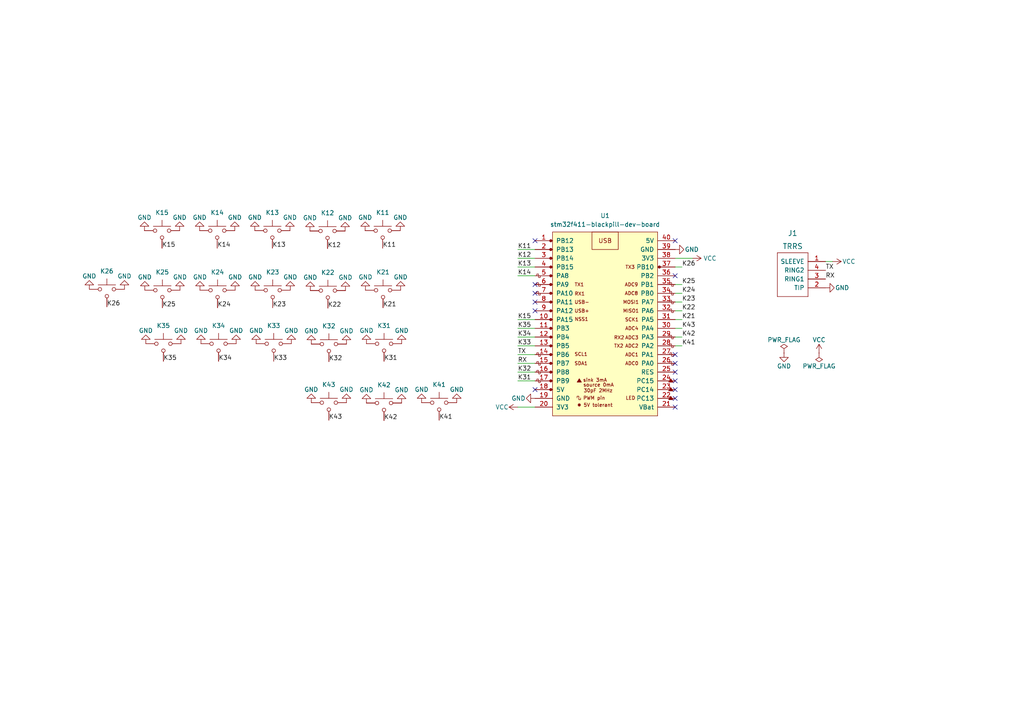
<source format=kicad_sch>
(kicad_sch (version 20211123) (generator eeschema)
  (paper "A4")
  (lib_symbols
    (symbol "karn-symbols:SW_Push_Reversible" (pin_numbers hide) (pin_names (offset 1.016) hide)
      (property "Reference" "SW" (at -7 4 0))
      (property "Value" "SW_Push_Reversible" (at 1 7 0))
      (symbol "SW_Push_Reversible_0_1"
        (circle (center -2.032 0) (radius 0.508))
        (circle (center 0 -2) (radius 0.508))
        (polyline (pts (xy 0 1.27) (xy 0 3.048)))
        (polyline (pts (xy 2.54 1.27) (xy -2.54 1.27)))
        (circle (center 2.032 0) (radius 0.508))
        (pin passive line (at 0 -5.1 90) (length 2.5) (name "1") (number "1"))
        (pin passive line (at -5.1 0 0) (length 2.5) (name "2") (number "2"))
        (pin passive line (at 5.1 0 180) (length 2.5) (name "3") (number "3"))
      )
    )
    (symbol "karn-symbols:TRRS" (pin_names (offset 1.016))
      (property "Reference" "U" (at 0 15.24 0))
      (property "Value" "TRRS" (at 0 -2.54 0))
      (symbol "TRRS_0_1"
        (rectangle (start -3.81 0) (end -3.81 12.7))
        (rectangle (start -3.81 12.7) (end 5.08 12.7))
        (rectangle (start 5.08 0) (end -3.81 0))
        (rectangle (start 5.08 12.7) (end 5.08 0))
      )
      (symbol "TRRS_1_1"
        (pin input line (at -8.89 2.54 0) (length 5.08) (name "SLEEVE") (number "1"))
        (pin input line (at -8.89 10.16 0) (length 5.08) (name "TIP") (number "2"))
        (pin input line (at -8.89 7.62 0) (length 5.08) (name "RING1") (number "3"))
        (pin input line (at -8.89 5.08 0) (length 5.08) (name "RING2") (number "4"))
      )
    )
    (symbol "karn-symbols:stm32f411-blackpill-dev-board" (pin_names (offset 1.016))
      (property "Reference" "U" (at -12.7 27.94 0))
      (property "Value" "stm32f411-blackpill-dev-board" (at 0 2.54 90))
      (symbol "stm32f411-blackpill-dev-board_0_0"
        (circle (center -15.748 -20.32) (radius 0.3556) (fill (type outline)))
        (circle (center -15.748 -17.78) (radius 0.3556) (fill (type outline)))
        (circle (center -15.748 -15.24) (radius 0.3556) (fill (type outline)))
        (circle (center -15.748 -12.7) (radius 0.3556) (fill (type outline)))
        (circle (center -15.748 -10.16) (radius 0.3556) (fill (type outline)))
        (circle (center -15.748 -7.62) (radius 0.3556) (fill (type outline)))
        (circle (center -15.748 -5.08) (radius 0.3556) (fill (type outline)))
        (circle (center -15.748 -2.54) (radius 0.3556) (fill (type outline)))
        (circle (center -15.748 0) (radius 0.3556) (fill (type outline)))
        (circle (center -15.748 2.54) (radius 0.3556) (fill (type outline)))
        (circle (center -15.748 5.08) (radius 0.3556) (fill (type outline)))
        (circle (center -15.748 7.62) (radius 0.3556) (fill (type outline)))
        (circle (center -15.748 10.16) (radius 0.3556) (fill (type outline)))
        (circle (center -15.748 12.7) (radius 0.3556) (fill (type outline)))
        (circle (center -15.748 15.24) (radius 0.3556) (fill (type outline)))
        (circle (center -15.748 17.78) (radius 0.3556) (fill (type outline)))
        (circle (center -15.748 22.86) (radius 0.3556) (fill (type outline)))
        (circle (center -7.493 -24.765) (radius 0.127) (fill (type outline)))
        (circle (center -7.493 -24.765) (radius 0.254))
        (circle (center -7.493 -24.765) (radius 0.3556))
        (polyline (pts (xy -8.128 -18.161) (xy -7.493 -17.145) (xy -6.858 -18.161) (xy -8.128 -18.161) (xy -7.493 -17.272) (xy -6.985 -18.161) (xy -8.001 -18.034) (xy -7.493 -17.399) (xy -7.112 -18.161) (xy -7.874 -17.907) (xy -7.366 -17.526) (xy -7.239 -18.161) (xy -7.747 -17.78) (xy -7.239 -17.653) (xy -7.366 -18.034) (xy -7.62 -17.78) (xy -7.366 -17.907) (xy -7.493 -17.653)))
        (polyline (pts (xy 18.415 -23.241) (xy 19.05 -22.225) (xy 19.685 -23.241) (xy 18.415 -23.241) (xy 19.05 -22.352) (xy 19.558 -23.241) (xy 18.542 -23.114) (xy 19.05 -22.479) (xy 19.431 -23.241) (xy 18.669 -22.987) (xy 19.177 -22.606) (xy 19.304 -23.241) (xy 18.796 -22.86) (xy 19.304 -22.733) (xy 19.177 -23.114) (xy 18.923 -22.86) (xy 19.177 -22.987) (xy 19.05 -22.733)))
        (polyline (pts (xy 18.415 -20.701) (xy 19.05 -19.685) (xy 19.685 -20.701) (xy 18.415 -20.701) (xy 19.05 -19.812) (xy 19.558 -20.701) (xy 18.542 -20.574) (xy 19.05 -19.939) (xy 19.431 -20.701) (xy 18.669 -20.447) (xy 19.177 -20.066) (xy 19.304 -20.701) (xy 18.796 -20.32) (xy 19.304 -20.193) (xy 19.177 -20.574) (xy 18.923 -20.32) (xy 19.177 -20.447) (xy 19.05 -20.193)))
        (polyline (pts (xy 18.415 -18.161) (xy 19.05 -17.145) (xy 19.685 -18.161) (xy 18.415 -18.161) (xy 19.05 -17.272) (xy 19.558 -18.161) (xy 18.542 -18.034) (xy 19.05 -17.399) (xy 19.431 -18.161) (xy 18.669 -17.907) (xy 19.177 -17.526) (xy 19.304 -18.161) (xy 18.796 -17.78) (xy 19.304 -17.653) (xy 19.177 -18.034) (xy 18.923 -17.78) (xy 19.177 -17.907) (xy 19.05 -17.653)))
        (circle (center 15.748 15.24) (radius 0.254) (fill (type outline)))
        (circle (center 15.748 15.24) (radius 0.3556))
        (text "30pF 2MHz" (at -2.032 -20.574 0) (effects (font (size 0.9906 0.9906))))
        (text "5V tolerant" (at -2.032 -24.765 0) (effects (font (size 0.9906 0.9906))))
        (text "ADC0" (at 7.747 -12.7 0) (effects (font (size 0.9906 0.9906))))
        (text "ADC1" (at 7.747 -10.16 0) (effects (font (size 0.9906 0.9906))))
        (text "ADC2" (at 7.747 -7.62 0) (effects (font (size 0.9906 0.9906))))
        (text "ADC3" (at 7.747 -5.207 0) (effects (font (size 0.9906 0.9906))))
        (text "ADC4" (at 7.747 -2.54 0) (effects (font (size 0.9906 0.9906))))
        (text "ADC8" (at 7.62 7.62 0) (effects (font (size 0.9906 0.9906))))
        (text "ADC9" (at 7.62 10.16 0) (effects (font (size 0.9906 0.9906))))
        (text "LED" (at 7.366 -22.733 0) (effects (font (size 0.9906 0.9906))))
        (text "MISO1" (at 7.493 2.54 0) (effects (font (size 0.9906 0.9906))))
        (text "MOSI1" (at 7.493 5.08 0) (effects (font (size 0.9906 0.9906))))
        (text "NSS1" (at -6.858 0.127 0) (effects (font (size 0.9906 0.9906))))
        (text "PWM pin" (at -3.175 -22.733 0) (effects (font (size 0.9906 0.9906))))
        (text "RX1" (at -7.366 7.493 0) (effects (font (size 0.9906 0.9906))))
        (text "RX2" (at 4.064 -5.207 0) (effects (font (size 0.9906 0.9906))))
        (text "SCK1" (at 7.747 0 0) (effects (font (size 0.9906 0.9906))))
        (text "SCL1" (at -6.985 -10.033 0) (effects (font (size 0.9906 0.9906))))
        (text "SDA1" (at -6.985 -12.7 0) (effects (font (size 0.9906 0.9906))))
        (text "sink 3mA" (at -2.921 -17.526 0) (effects (font (size 0.9906 0.9906))))
        (text "source 0mA" (at -1.905 -18.923 0) (effects (font (size 0.9906 0.9906))))
        (text "TX1" (at -7.493 10.16 0) (effects (font (size 0.9906 0.9906))))
        (text "TX2" (at 3.937 -7.62 0) (effects (font (size 0.9906 0.9906))))
        (text "TX3" (at 7.239 15.24 0) (effects (font (size 0.9906 0.9906))))
        (text "USB" (at 0 22.86 0) (effects (font (size 1.27 1.27))))
        (text "USB+" (at -6.731 2.54 0) (effects (font (size 0.9906 0.9906))))
        (text "USB-" (at -6.731 5.08 0) (effects (font (size 0.9906 0.9906))))
      )
      (symbol "stm32f411-blackpill-dev-board_0_1"
        (rectangle (start -15.24 25.4) (end 15.24 -27.94) (fill (type background)))
        (polyline (pts (xy -18.796 -17.78) (xy -18.796 -18.288) (xy -19.304 -18.288) (xy -19.304 -17.272) (xy -19.812 -17.272) (xy -19.812 -17.78)))
        (polyline (pts (xy -18.796 -15.24) (xy -18.796 -15.748) (xy -19.304 -15.748) (xy -19.304 -14.732) (xy -19.812 -14.732) (xy -19.812 -15.24)))
        (polyline (pts (xy -18.796 -12.7) (xy -18.796 -13.208) (xy -19.304 -13.208) (xy -19.304 -12.192) (xy -19.812 -12.192) (xy -19.812 -12.7)))
        (polyline (pts (xy -18.796 -10.16) (xy -18.796 -10.668) (xy -19.304 -10.668) (xy -19.304 -9.652) (xy -19.812 -9.652) (xy -19.812 -10.16)))
        (polyline (pts (xy -18.796 7.62) (xy -18.796 7.112) (xy -19.304 7.112) (xy -19.304 8.128) (xy -19.812 8.128) (xy -19.812 7.62)))
        (polyline (pts (xy -18.796 10.16) (xy -18.796 9.652) (xy -19.304 9.652) (xy -19.304 10.668) (xy -19.812 10.668) (xy -19.812 10.16)))
        (polyline (pts (xy -18.796 12.7) (xy -18.796 12.192) (xy -19.304 12.192) (xy -19.304 13.208) (xy -19.812 13.208) (xy -19.812 12.7)))
        (polyline (pts (xy -7.112 -22.733) (xy -7.112 -23.241) (xy -7.62 -23.241) (xy -7.62 -22.225) (xy -8.128 -22.225) (xy -8.128 -22.733)))
        (polyline (pts (xy 19.812 -12.7) (xy 19.812 -13.208) (xy 19.304 -13.208) (xy 19.304 -12.192) (xy 18.796 -12.192) (xy 18.796 -12.7)))
        (polyline (pts (xy 19.812 -10.16) (xy 19.812 -10.668) (xy 19.304 -10.668) (xy 19.304 -9.652) (xy 18.796 -9.652) (xy 18.796 -10.16)))
        (polyline (pts (xy 19.812 -7.62) (xy 19.812 -8.128) (xy 19.304 -8.128) (xy 19.304 -7.112) (xy 18.796 -7.112) (xy 18.796 -7.62)))
        (polyline (pts (xy 19.812 -5.08) (xy 19.812 -5.588) (xy 19.304 -5.588) (xy 19.304 -4.572) (xy 18.796 -4.572) (xy 18.796 -5.08)))
        (polyline (pts (xy 19.812 2.54) (xy 19.812 2.032) (xy 19.304 2.032) (xy 19.304 3.048) (xy 18.796 3.048) (xy 18.796 2.54)))
        (polyline (pts (xy 19.812 5.08) (xy 19.812 4.572) (xy 19.304 4.572) (xy 19.304 5.588) (xy 18.796 5.588) (xy 18.796 5.08)))
        (polyline (pts (xy 19.812 7.62) (xy 19.812 7.112) (xy 19.304 7.112) (xy 19.304 8.128) (xy 18.796 8.128) (xy 18.796 7.62)))
        (polyline (pts (xy 19.812 10.16) (xy 19.812 9.652) (xy 19.304 9.652) (xy 19.304 10.668) (xy 18.796 10.668) (xy 18.796 10.16)))
        (rectangle (start 3.81 25.4) (end -3.81 20.32))
      )
      (symbol "stm32f411-blackpill-dev-board_1_1"
        (circle (center -15.748 20.32) (radius 0.3556) (fill (type outline)))
        (pin bidirectional line (at -20.32 22.86 0) (length 5.08) (name "PB12") (number "1"))
        (pin bidirectional line (at -20.32 0 0) (length 5.08) (name "PA15") (number "10"))
        (pin bidirectional line (at -20.32 -2.54 0) (length 5.08) (name "PB3") (number "11"))
        (pin bidirectional line (at -20.32 -5.08 0) (length 5.08) (name "PB4") (number "12"))
        (pin bidirectional line (at -20.32 -7.62 0) (length 5.08) (name "PB5") (number "13"))
        (pin bidirectional line (at -20.32 -10.16 0) (length 5.08) (name "PB6") (number "14"))
        (pin bidirectional line (at -20.32 -12.7 0) (length 5.08) (name "PB7") (number "15"))
        (pin bidirectional line (at -20.32 -15.24 0) (length 5.08) (name "PB8") (number "16"))
        (pin bidirectional line (at -20.32 -17.78 0) (length 5.08) (name "PB9") (number "17"))
        (pin power_in line (at -20.32 -20.32 0) (length 5.08) (name "5V") (number "18"))
        (pin power_in line (at -20.32 -22.86 0) (length 5.08) (name "GND") (number "19"))
        (pin bidirectional line (at -20.32 20.32 0) (length 5.08) (name "PB13") (number "2"))
        (pin power_in line (at -20.32 -25.4 0) (length 5.08) (name "3V3") (number "20"))
        (pin power_in line (at 20.32 -25.4 180) (length 5.08) (name "VBat") (number "21"))
        (pin bidirectional line (at 20.32 -22.86 180) (length 5.08) (name "PC13") (number "22"))
        (pin bidirectional line (at 20.32 -20.32 180) (length 5.08) (name "PC14") (number "23"))
        (pin bidirectional line (at 20.32 -17.78 180) (length 5.08) (name "PC15") (number "24"))
        (pin input line (at 20.32 -15.24 180) (length 5.08) (name "RES") (number "25"))
        (pin bidirectional line (at 20.32 -12.7 180) (length 5.08) (name "PA0") (number "26"))
        (pin bidirectional line (at 20.32 -10.16 180) (length 5.08) (name "PA1") (number "27"))
        (pin bidirectional line (at 20.32 -7.62 180) (length 5.08) (name "PA2") (number "28"))
        (pin bidirectional line (at 20.32 -5.08 180) (length 5.08) (name "PA3") (number "29"))
        (pin bidirectional line (at -20.32 17.78 0) (length 5.08) (name "PB14") (number "3"))
        (pin bidirectional line (at 20.32 -2.54 180) (length 5.08) (name "PA4") (number "30"))
        (pin bidirectional line (at 20.32 0 180) (length 5.08) (name "PA5") (number "31"))
        (pin bidirectional line (at 20.32 2.54 180) (length 5.08) (name "PA6") (number "32"))
        (pin bidirectional line (at 20.32 5.08 180) (length 5.08) (name "PA7") (number "33"))
        (pin bidirectional line (at 20.32 7.62 180) (length 5.08) (name "PB0") (number "34"))
        (pin bidirectional line (at 20.32 10.16 180) (length 5.08) (name "PB1") (number "35"))
        (pin bidirectional line (at 20.32 12.7 180) (length 5.08) (name "PB2") (number "36"))
        (pin bidirectional line (at 20.32 15.24 180) (length 5.08) (name "PB10") (number "37"))
        (pin power_in line (at 20.32 17.78 180) (length 5.08) (name "3V3") (number "38"))
        (pin power_in line (at 20.32 20.32 180) (length 5.08) (name "GND") (number "39"))
        (pin bidirectional line (at -20.32 15.24 0) (length 5.08) (name "PB15") (number "4"))
        (pin power_in line (at 20.32 22.86 180) (length 5.08) (name "5V") (number "40"))
        (pin bidirectional line (at -20.32 12.7 0) (length 5.08) (name "PA8") (number "5"))
        (pin bidirectional line (at -20.32 10.16 0) (length 5.08) (name "PA9") (number "6"))
        (pin bidirectional line (at -20.32 7.62 0) (length 5.08) (name "PA10") (number "7"))
        (pin bidirectional line (at -20.32 5.08 0) (length 5.08) (name "PA11") (number "8"))
        (pin bidirectional line (at -20.32 2.54 0) (length 5.08) (name "PA12") (number "9"))
      )
    )
    (symbol "power:GND" (power) (pin_names (offset 0))
      (property "Value" "GND" (at 0 -3.81 0))
      (symbol "GND_0_1"
        (polyline (pts (xy 0 0) (xy 0 -1.27) (xy 1.27 -1.27) (xy 0 -2.54) (xy -1.27 -1.27) (xy 0 -1.27)))
      )
      (symbol "GND_1_1"
        (pin power_in line (at 0 0 270) (length 0) hide (name "GND") (number "1"))
      )
    )
    (symbol "power:PWR_FLAG" (power) (pin_numbers hide) (pin_names (offset 0) hide)
      (property "Value" "PWR_FLAG" (at 0 3.81 0))
      (symbol "PWR_FLAG_0_0"
        (pin power_out line (at 0 0 90) (length 0) (name "pwr") (number "1"))
      )
      (symbol "PWR_FLAG_0_1"
        (polyline (pts (xy 0 0) (xy 0 1.27) (xy -1.016 1.905) (xy 0 2.54) (xy 1.016 1.905) (xy 0 1.27)))
      )
    )
    (symbol "power:VCC" (power) (pin_names (offset 0))
      (property "Value" "VCC" (at 0 3.81 0))
      (symbol "VCC_0_1"
        (polyline (pts (xy -0.762 1.27) (xy 0 2.54)))
        (polyline (pts (xy 0 0) (xy 0 2.54)))
        (polyline (pts (xy 0 2.54) (xy 0.762 1.27)))
      )
      (symbol "VCC_1_1"
        (pin power_in line (at 0 0 90) (length 0) hide (name "VCC") (number "1"))
      )
    )
  )
  (no_connect (at 155.1859 90.1456))
  (no_connect (at 195.8259 79.9856))
  (no_connect (at 195.8259 110.4656))
  (no_connect (at 155.1859 87.6056))
  (no_connect (at 155.1859 82.5256))
  (no_connect (at 155.1859 113.0056))
  (no_connect (at 155.1859 69.8256))
  (no_connect (at 195.8259 107.9256))
  (no_connect (at 195.8259 69.8256))
  (no_connect (at 195.8259 105.3856))
  (no_connect (at 195.8259 113.0056))
  (no_connect (at 155.1859 85.0656))
  (no_connect (at 195.8259 115.5456))
  (no_connect (at 195.8259 102.8456))
  (no_connect (at 195.8259 118.0856))
  (wire (pts (xy 150.1859 110.4656) (xy 155.1859 110.4656)))
  (wire (pts (xy 150.1859 95.2256) (xy 155.1859 95.2256)))
  (wire (pts (xy 195.8259 90.1456) (xy 197.8259 90.1456)))
  (wire (pts (xy 195.8259 100.3056) (xy 197.8259 100.3056)))
  (wire (pts (xy 150.1859 97.7656) (xy 155.1859 97.7656)))
  (wire (pts (xy 150.1859 105.3856) (xy 155.1859 105.3856)))
  (wire (pts (xy 150.1859 100.3056) (xy 155.1859 100.3056)))
  (wire (pts (xy 150.1859 102.8456) (xy 155.1859 102.8456)))
  (wire (pts (xy 150.1859 118.0856) (xy 155.1859 118.0856)))
  (wire (pts (xy 195.8259 82.5256) (xy 197.8259 82.5256)))
  (wire (pts (xy 150.1859 107.9256) (xy 155.1859 107.9256)))
  (wire (pts (xy 150.1859 77.4456) (xy 155.1859 77.4456)))
  (wire (pts (xy 195.8259 85.0656) (xy 197.8259 85.0656)))
  (wire (pts (xy 195.8259 92.6856) (xy 197.8259 92.6856)))
  (wire (pts (xy 195.8259 77.4456) (xy 197.8259 77.4456)))
  (wire (pts (xy 239.4414 75.8519) (xy 241.4414 75.8519)))
  (wire (pts (xy 150.1859 74.9056) (xy 155.1859 74.9056)))
  (wire (pts (xy 150.1859 72.3656) (xy 155.1859 72.3656)))
  (wire (pts (xy 150.1859 92.6856) (xy 155.1859 92.6856)))
  (wire (pts (xy 195.8259 74.9056) (xy 200.8259 74.9056)))
  (wire (pts (xy 195.8259 95.2256) (xy 197.8259 95.2256)))
  (wire (pts (xy 195.8259 87.6056) (xy 197.8259 87.6056)))
  (wire (pts (xy 150.1859 79.9856) (xy 155.1859 79.9856)))
  (wire (pts (xy 195.8259 97.7656) (xy 197.8259 97.7656)))
  (label "K11" (at 111 72 0))
  (label "K35" (at 150.1859 95.2256 0))
  (label "K31" (at 150.1859 110.4656 0))
  (label "K24" (at 63.0984 89.2749 0))
  (label "K41" (at 197.8259 100.3056 0))
  (label "K43" (at 197.8259 95.2256 0))
  (label "K42" (at 197.8259 97.7656 0))
  (label "K33" (at 150.1859 100.3056 0))
  (label "K15" (at 150.1859 92.6856 0))
  (label "RX" (at 239.4414 80.9319 0))
  (label "K35" (at 47.3941 104.8001 0))
  (label "K26" (at 197.8259 77.4456 0))
  (label "K14" (at 63 72 0))
  (label "K26" (at 31 89 0))
  (label "K22" (at 95.0984 89.3749 0))
  (label "K32" (at 150.1859 107.9256 0))
  (label "K14" (at 150.1859 79.9856 0))
  (label "K43" (at 95.3775 121.8951 0))
  (label "K41" (at 127.3775 121.8951 0))
  (label "K21" (at 197.8259 92.6856 0))
  (label "RX" (at 150.1859 105.3856 0))
  (label "TX" (at 150.1859 102.8456 0))
  (label "K32" (at 95.3941 104.9001 0))
  (label "K25" (at 47.0984 89.2749 0))
  (label "K33" (at 79.3941 104.8001 0))
  (label "K24" (at 197.8259 85.0656 0))
  (label "K21" (at 111.0984 89.2749 0))
  (label "K23" (at 197.8259 87.6056 0))
  (label "K23" (at 79.0984 89.2749 0))
  (label "K13" (at 150.1859 77.4456 0))
  (label "K42" (at 111.3775 121.9951 0))
  (label "K22" (at 197.8259 90.1456 0))
  (label "K34" (at 150.1859 97.7656 0))
  (label "K12" (at 150.1859 74.9056 0))
  (label "K31" (at 111.3941 104.8001 0))
  (label "K12" (at 95 72.1 0))
  (label "K11" (at 150.1859 72.3656 0))
  (label "K34" (at 63.3941 104.8001 0))
  (label "K13" (at 79 72 0))
  (label "TX" (at 239.4414 78.3919 0))
  (label "K25" (at 197.8259 82.5256 0))
  (label "K15" (at 47 72 0))
  (symbol (lib_id "karn-symbols:SW_Push_Reversible") (at 31 83.9 0) (mirror y) (unit 1)
    (property "Reference" "K26" (at 31 78.661 0))
    (property "Value" "SW_Push_1.5" (effects hide))
    (property "Footprint" "karn-kicad:kailh-choc-v1-1_5u-MBK-keycap" (effects hide))
  )
  (symbol (lib_id "power:GND") (at 84.1984 84.1749 180) (unit 1)
    (property "Reference" "#PWR026" (effects hide))
    (property "Value" "GND" (at 84.1984 80.3649 0))
  )
  (symbol (lib_id "power:GND") (at 42.2941 99.7001 180) (unit 1)
    (property "Reference" "#PWR05" (effects hide))
    (property "Value" "GND" (at 42.2941 95.8901 0))
  )
  (symbol (lib_id "power:GND") (at 116.4941 99.7001 180) (unit 1)
    (property "Reference" "#PWR041" (effects hide))
    (property "Value" "GND" (at 116.4941 95.8901 0))
  )
  (symbol (lib_id "power:GND") (at 89.9984 84.2749 180) (unit 1)
    (property "Reference" "#PWR029" (effects hide))
    (property "Value" "GND" (at 89.9984 80.4649 0))
  )
  (symbol (lib_id "power:GND") (at 84.4941 99.7001 180) (unit 1)
    (property "Reference" "#PWR027" (effects hide))
    (property "Value" "GND" (at 84.4941 95.8901 0))
  )
  (symbol (lib_id "power:GND") (at 106.2941 99.7001 180) (unit 1)
    (property "Reference" "#PWR038" (effects hide))
    (property "Value" "GND" (at 106.2941 95.8901 0))
  )
  (symbol (lib_id "power:GND") (at 90.2775 116.7951 180) (unit 1)
    (property "Reference" "#PWR030" (effects hide))
    (property "Value" "GND" (at 90.2775 112.9851 0))
  )
  (symbol (lib_id "power:VCC") (at 200.8259 74.9056 270) (unit 1)
    (property "Reference" "#PWR023" (effects hide))
    (property "Value" "VCC" (at 204.0006 74.9374 90) (effects (justify left)))
  )
  (symbol (lib_id "power:GND") (at 68.1 66.9 180) (unit 1)
    (property "Reference" "#PWR012" (effects hide))
    (property "Value" "GND" (at 68.1 63.09 0))
  )
  (symbol (lib_id "karn-symbols:SW_Push_Reversible") (at 79.3941 99.7001 0) (mirror y) (unit 1)
    (property "Reference" "K33" (at 79.3941 94.4611 0))
    (property "Value" "SW_Push" (effects hide))
    (property "Footprint" "karn-kicad:kailh-choc-v1-1u-MBK-keycap" (effects hide))
  )
  (symbol (lib_id "power:GND") (at 52.1984 84.1749 180) (unit 1)
    (property "Reference" "#PWR07" (effects hide))
    (property "Value" "GND" (at 52.1984 80.3649 0))
  )
  (symbol (lib_id "power:GND") (at 227.3983 102.3875 0) (unit 1)
    (property "Reference" "#PWR0102" (effects hide))
    (property "Value" "GND" (at 227.3983 106.1975 0))
  )
  (symbol (lib_id "power:GND") (at 100.4775 116.7951 180) (unit 1)
    (property "Reference" "#PWR034" (effects hide))
    (property "Value" "GND" (at 100.4775 112.9851 0))
  )
  (symbol (lib_id "karn-symbols:SW_Push_Reversible") (at 127.3775 116.7951 0) (mirror y) (unit 1)
    (property "Reference" "K41" (at 127.3775 111.5561 0))
    (property "Value" "SW_Push_1.5" (effects hide))
    (property "Footprint" "karn-kicad:kailh-choc-v1-1_5u-MBK-keycap" (effects hide))
  )
  (symbol (lib_id "power:GND") (at 116.1984 84.1749 180) (unit 1)
    (property "Reference" "#PWR039" (effects hide))
    (property "Value" "GND" (at 116.1984 80.3649 0))
  )
  (symbol (lib_id "power:GND") (at 73.9 66.9 180) (unit 1)
    (property "Reference" "#PWR016" (effects hide))
    (property "Value" "GND" (at 73.9 63.09 0))
  )
  (symbol (lib_id "power:GND") (at 100.4941 99.8001 180) (unit 1)
    (property "Reference" "#PWR035" (effects hide))
    (property "Value" "GND" (at 100.4941 95.9901 0))
  )
  (symbol (lib_id "power:GND") (at 52.1 66.9 180) (unit 1)
    (property "Reference" "#PWR06" (effects hide))
    (property "Value" "GND" (at 52.1 63.09 0))
  )
  (symbol (lib_id "karn-symbols:SW_Push_Reversible") (at 111.3775 116.8951 0) (mirror y) (unit 1)
    (property "Reference" "K42" (at 111.3775 111.6561 0))
    (property "Value" "SW_Push_1.5" (effects hide))
    (property "Footprint" "karn-kicad:kailh-choc-v1-1_5u-MBK-keycap" (effects hide))
  )
  (symbol (lib_id "power:GND") (at 84.1 66.9 180) (unit 1)
    (property "Reference" "#PWR019" (effects hide))
    (property "Value" "GND" (at 84.1 63.09 0))
  )
  (symbol (lib_id "karn-symbols:SW_Push_Reversible") (at 63.0984 84.1749 0) (mirror y) (unit 1)
    (property "Reference" "K24" (at 63.0984 78.9359 0))
    (property "Value" "SW_Push" (effects hide))
    (property "Footprint" "karn-kicad:kailh-choc-v1-1u-MBK-keycap" (effects hide))
  )
  (symbol (lib_id "karn-symbols:TRRS") (at 230.5514 73.3119 180) (unit 1)
    (property "Reference" "J1" (at 229.9164 67.6385 0) (effects (font (size 1.524 1.524))))
    (property "Value" "TRRS" (at 229.9164 71.4485 0) (effects (font (size 1.524 1.524))))
    (property "Footprint" "karn-kicad:trrs-pj-320A" (effects hide))
  )
  (symbol (lib_id "power:GND") (at 155.1859 115.5456 270) (unit 1)
    (property "Reference" "#PWR021" (effects hide))
    (property "Value" "GND" (at 150.3759 115.5456 90))
  )
  (symbol (lib_id "power:VCC") (at 150.1859 118.0856 90) (unit 1)
    (property "Reference" "#PWR020" (effects hide))
    (property "Value" "VCC" (at 147.5206 118.0855 90) (effects (justify left)))
  )
  (symbol (lib_id "karn-symbols:SW_Push_Reversible") (at 47.3941 99.7001 0) (mirror y) (unit 1)
    (property "Reference" "K35" (at 47.3941 94.4611 0))
    (property "Value" "SW_Push" (effects hide))
    (property "Footprint" "karn-kicad:kailh-choc-v1-1u-MBK-keycap" (effects hide))
  )
  (symbol (lib_id "karn-symbols:SW_Push_Reversible") (at 63.3941 99.7001 0) (mirror y) (unit 1)
    (property "Reference" "K34" (at 63.3941 94.4611 0))
    (property "Value" "SW_Push" (effects hide))
    (property "Footprint" "karn-kicad:kailh-choc-v1-1u-MBK-keycap" (effects hide))
  )
  (symbol (lib_id "power:GND") (at 57.9 66.9 180) (unit 1)
    (property "Reference" "#PWR09" (effects hide))
    (property "Value" "GND" (at 57.9 63.09 0))
  )
  (symbol (lib_id "karn-symbols:SW_Push_Reversible") (at 111 66.9 0) (mirror y) (unit 1)
    (property "Reference" "K11" (at 111 61.661 0))
    (property "Value" "SW_Push" (effects hide))
    (property "Footprint" "karn-kicad:kailh-choc-v1-1u-MBK-keycap" (effects hide))
  )
  (symbol (lib_id "power:VCC") (at 241.4414 75.8519 270) (unit 1)
    (property "Reference" "#PWR025" (effects hide))
    (property "Value" "VCC" (at 244.2769 75.8518 90) (effects (justify left)))
  )
  (symbol (lib_id "power:GND") (at 68.4941 99.7001 180) (unit 1)
    (property "Reference" "#PWR014" (effects hide))
    (property "Value" "GND" (at 68.4941 95.8901 0))
  )
  (symbol (lib_id "karn-symbols:SW_Push_Reversible") (at 79 66.9 0) (mirror y) (unit 1)
    (property "Reference" "K13" (at 79 61.661 0))
    (property "Value" "SW_Push" (effects hide))
    (property "Footprint" "karn-kicad:kailh-choc-v1-1u-MBK-keycap" (effects hide))
  )
  (symbol (lib_id "power:VCC") (at 237.5583 102.3875 0) (unit 1)
    (property "Reference" "#PWR0101" (effects hide))
    (property "Value" "VCC" (at 237.5583 98.5775 0))
  )
  (symbol (lib_id "power:GND") (at 122.2775 116.7951 180) (unit 1)
    (property "Reference" "#PWR042" (effects hide))
    (property "Value" "GND" (at 122.2775 112.9851 0))
  )
  (symbol (lib_id "karn-symbols:SW_Push_Reversible") (at 95.0984 84.2749 0) (mirror y) (unit 1)
    (property "Reference" "K22" (at 95.0984 79.0359 0))
    (property "Value" "SW_Push" (effects hide))
    (property "Footprint" "karn-kicad:kailh-choc-v1-1u-MBK-keycap" (effects hide))
  )
  (symbol (lib_id "karn-symbols:SW_Push_Reversible") (at 47.0984 84.1749 0) (mirror y) (unit 1)
    (property "Reference" "K25" (at 47.0984 78.9359 0))
    (property "Value" "SW_Push" (effects hide))
    (property "Footprint" "karn-kicad:kailh-choc-v1-1u-MBK-keycap" (effects hide))
  )
  (symbol (lib_id "power:GND") (at 58.2941 99.7001 180) (unit 1)
    (property "Reference" "#PWR011" (effects hide))
    (property "Value" "GND" (at 58.2941 95.8901 0))
  )
  (symbol (lib_id "karn-symbols:SW_Push_Reversible") (at 95.3941 99.8001 0) (mirror y) (unit 1)
    (property "Reference" "K32" (at 95.3941 94.5611 0))
    (property "Value" "SW_Push" (effects hide))
    (property "Footprint" "karn-kicad:kailh-choc-v1-1u-MBK-keycap" (effects hide))
  )
  (symbol (lib_id "power:GND") (at 105.9 66.9 180) (unit 1)
    (property "Reference" "#PWR015" (effects hide))
    (property "Value" "GND" (at 105.9 63.09 0))
  )
  (symbol (lib_id "power:GND") (at 106.2775 116.8951 180) (unit 1)
    (property "Reference" "#PWR037" (effects hide))
    (property "Value" "GND" (at 106.2775 113.0851 0))
  )
  (symbol (lib_id "karn-symbols:stm32f411-blackpill-dev-board") (at 175.5059 92.6856 0) (unit 1)
    (property "Reference" "U1" (at 175.5059 62.5585 0))
    (property "Value" "stm32f411-blackpill-dev-board" (at 175.5059 65.0985 0))
    (property "Footprint" "karn-kicad:stm32f411-blackpill-dev-board" (effects hide))
  )
  (symbol (lib_id "karn-symbols:SW_Push_Reversible") (at 47 66.9 0) (mirror y) (unit 1)
    (property "Reference" "K15" (at 47 61.661 0))
    (property "Value" "SW_Push" (effects hide))
    (property "Footprint" "karn-kicad:kailh-choc-v1-1u-MBK-keycap" (effects hide))
  )
  (symbol (lib_id "karn-symbols:SW_Push_Reversible") (at 111.0984 84.1749 0) (mirror y) (unit 1)
    (property "Reference" "K21" (at 111.0984 78.9359 0))
    (property "Value" "SW_Push" (effects hide))
    (property "Footprint" "karn-kicad:kailh-choc-v1-1u-MBK-keycap" (effects hide))
  )
  (symbol (lib_id "karn-symbols:SW_Push_Reversible") (at 63 66.9 0) (mirror y) (unit 1)
    (property "Reference" "K14" (at 63 61.661 0))
    (property "Value" "SW_Push" (effects hide))
    (property "Footprint" "karn-kicad:kailh-choc-v1-1u-MBK-keycap" (effects hide))
  )
  (symbol (lib_id "karn-symbols:SW_Push_Reversible") (at 111.3941 99.7001 0) (mirror y) (unit 1)
    (property "Reference" "K31" (at 111.3941 94.4611 0))
    (property "Value" "SW_Push" (effects hide))
    (property "Footprint" "karn-kicad:kailh-choc-v1-1u-MBK-keycap" (effects hide))
  )
  (symbol (lib_id "power:GND") (at 195.8259 72.3656 90) (unit 1)
    (property "Reference" "#PWR022" (effects hide))
    (property "Value" "GND" (at 200.6359 72.3656 90))
  )
  (symbol (lib_id "power:GND") (at 41.9 66.9 180) (unit 1)
    (property "Reference" "#PWR03" (effects hide))
    (property "Value" "GND" (at 41.9 63.09 0))
  )
  (symbol (lib_id "karn-symbols:SW_Push_Reversible") (at 95 67 0) (mirror y) (unit 1)
    (property "Reference" "K12" (at 95 61.761 0))
    (property "Value" "SW_Push" (effects hide))
    (property "Footprint" "karn-kicad:kailh-choc-v1-1u-MBK-keycap" (effects hide))
  )
  (symbol (lib_id "power:GND") (at 68.1984 84.1749 180) (unit 1)
    (property "Reference" "#PWR013" (effects hide))
    (property "Value" "GND" (at 68.1984 80.3649 0))
  )
  (symbol (lib_id "power:GND") (at 90.2941 99.8001 180) (unit 1)
    (property "Reference" "#PWR031" (effects hide))
    (property "Value" "GND" (at 90.2941 95.9901 0))
  )
  (symbol (lib_id "power:PWR_FLAG") (at 227.3983 102.3875 0) (unit 1)
    (property "Reference" "#FLG0101" (effects hide))
    (property "Value" "PWR_FLAG" (at 227.3983 98.5775 0))
  )
  (symbol (lib_id "power:GND") (at 36.1 83.9 180) (unit 1)
    (property "Reference" "#PWR02" (effects hide))
    (property "Value" "GND" (at 36.1 80.09 0))
  )
  (symbol (lib_id "power:GND") (at 105.9984 84.1749 180) (unit 1)
    (property "Reference" "#PWR036" (effects hide))
    (property "Value" "GND" (at 105.9984 80.3649 0))
  )
  (symbol (lib_id "power:GND") (at 100.1984 84.2749 180) (unit 1)
    (property "Reference" "#PWR033" (effects hide))
    (property "Value" "GND" (at 100.1984 80.4649 0))
  )
  (symbol (lib_id "power:GND") (at 89.9 67 180) (unit 1)
    (property "Reference" "#PWR028" (effects hide))
    (property "Value" "GND" (at 89.9 63.19 0))
  )
  (symbol (lib_id "karn-symbols:SW_Push_Reversible") (at 95.3775 116.7951 0) (mirror y) (unit 1)
    (property "Reference" "K43" (at 95.3775 111.5561 0))
    (property "Value" "SW_Push_1.5" (effects hide))
    (property "Footprint" "karn-kicad:kailh-choc-v1-1_5u-MBK-keycap" (effects hide))
  )
  (symbol (lib_id "power:GND") (at 239.4414 83.4719 90) (unit 1)
    (property "Reference" "#PWR024" (effects hide))
    (property "Value" "GND" (at 244.2514 83.4719 90))
  )
  (symbol (lib_id "power:GND") (at 57.9984 84.1749 180) (unit 1)
    (property "Reference" "#PWR010" (effects hide))
    (property "Value" "GND" (at 57.9984 80.3649 0))
  )
  (symbol (lib_id "power:GND") (at 25.9 83.9 180) (unit 1)
    (property "Reference" "#PWR01" (effects hide))
    (property "Value" "GND" (at 25.9 80.09 0))
  )
  (symbol (lib_id "power:GND") (at 116.4775 116.8951 180) (unit 1)
    (property "Reference" "#PWR040" (effects hide))
    (property "Value" "GND" (at 116.4775 113.0851 0))
  )
  (symbol (lib_id "power:PWR_FLAG") (at 237.5583 102.3875 180) (unit 1)
    (property "Reference" "#FLG0102" (effects hide))
    (property "Value" "PWR_FLAG" (at 237.5583 106.1975 0))
  )
  (symbol (lib_id "power:GND") (at 132.4775 116.7951 180) (unit 1)
    (property "Reference" "#PWR043" (effects hide))
    (property "Value" "GND" (at 132.4775 112.9851 0))
  )
  (symbol (lib_id "power:GND") (at 100.1 67 180) (unit 1)
    (property "Reference" "#PWR032" (effects hide))
    (property "Value" "GND" (at 100.1 63.19 0))
  )
  (symbol (lib_id "power:GND") (at 73.9984 84.1749 180) (unit 1)
    (property "Reference" "#PWR017" (effects hide))
    (property "Value" "GND" (at 73.9984 80.3649 0))
  )
  (symbol (lib_id "power:GND") (at 116.1 66.9 180) (unit 1)
    (property "Reference" "#PWR0103" (effects hide))
    (property "Value" "GND" (at 116.1 63.09 0))
  )
  (symbol (lib_id "power:GND") (at 74.2941 99.7001 180) (unit 1)
    (property "Reference" "#PWR018" (effects hide))
    (property "Value" "GND" (at 74.2941 95.8901 0))
  )
  (symbol (lib_id "karn-symbols:SW_Push_Reversible") (at 79.0984 84.1749 0) (mirror y) (unit 1)
    (property "Reference" "K23" (at 79.0984 78.9359 0))
    (property "Value" "SW_Push" (effects hide))
    (property "Footprint" "karn-kicad:kailh-choc-v1-1u-MBK-keycap" (effects hide))
  )
  (symbol (lib_id "power:GND") (at 41.9984 84.1749 180) (unit 1)
    (property "Reference" "#PWR04" (effects hide))
    (property "Value" "GND" (at 41.9984 80.3649 0))
  )
  (symbol (lib_id "power:GND") (at 52.4941 99.7001 180) (unit 1)
    (property "Reference" "#PWR08" (effects hide))
    (property "Value" "GND" (at 52.4941 95.8901 0))
  )
)
</source>
